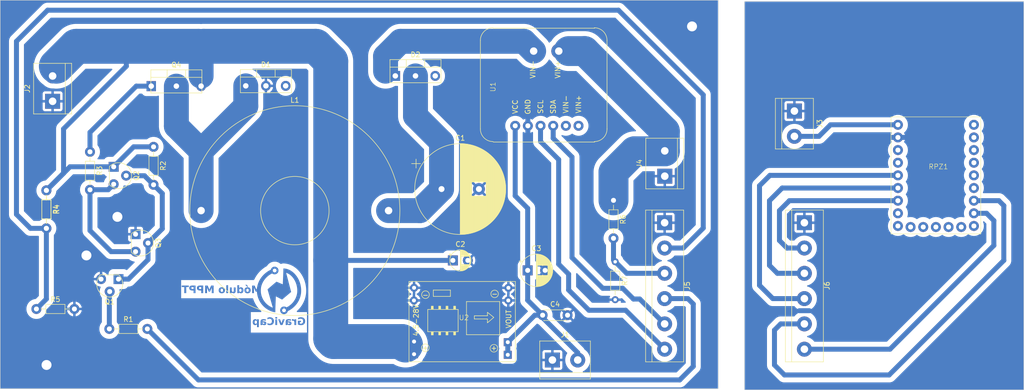
<source format=kicad_pcb>
(kicad_pcb (version 20240108) (generator "pcbnew") (generator_version "8.0")
  (layers (0 "F.Cu" signal) (31 "B.Cu" signal) (34 "B.Paste" user) (35 "F.Paste" user) (36 "B.SilkS" user "B.Silkscreen") (37 "F.SilkS" user "F.Silkscreen") (38 "B.Mask" user) (39 "F.Mask" user) (44 "Edge.Cuts" user))
  (net 0 "")
  (net 1 "+Panel")
  (net 2 "Net-(Q1-B)")
  (net 3 "GNDREF")
  (net 4 "Net-(Q4-G)")
  (net 5 "RPZ 3")
  (net 6 "RPZ 2")
  (net 7 "Fuente 5V")
  (net 8 "C. Buck Out")
  (net 9 "RPZ 1")
  (net 10 "RPZ SDA S")
  (net 11 "RPZ SCL S")
  (net 12 "Out")
  (net 13 "Net-(D2-A)")
  (net 14 "Net-(D1-K)")
  (net 15 "RPZ SCL")
  (net 16 "RPZ SDA")
  (net 33 "Net-(Q1-C)")
  (net 34 "Net-(Q2-E)")
  (footprint "Capacitor_THT:CP_Radial_D18.0mm_P7.50mm" (layer "F.Cu") (at 110.44222 77.0975)
    (property "Reference" "C1" (at 3.75 -10.25 0) (layer "F.SilkS"))
    (property "Value" "2314,57µF")
    (pad "1" thru_hole rect (at 0 0) (size 2.4 2.4) (drill 1.2) (layers "*.Cu" "*.Mask") (net 13 "Net-(D2-A)"))
    (pad "2" thru_hole circle (at 7.5 0) (size 2.4 2.4) (drill 1.2) (layers "*.Cu" "*.Mask") (net 3 "GNDREF"))
  )
  (footprint "Inductor_THT:L_Toroid_Horizontal_D41.9mm_P37.60mm_Vishay_TJ7" (layer "F.Cu") (at 62.22 81.4275)
    (property "Reference" "L1" (at 18.8 -22.2 0) (layer "F.SilkS"))
    (property "Value" "117,5µH")
    (pad "1" thru_hole circle (at 0 0) (size 3 3) (drill 1.5) (layers "*.Cu" "*.Mask") (net 14 "Net-(D1-K)"))
    (pad "2" thru_hole circle (at 37.6 0) (size 3 3) (drill 1.5) (layers "*.Cu" "*.Mask") (net 13 "Net-(D2-A)"))
  )
  (footprint "Capacitor_THT:C_Disc_D4.3mm_W1.9mm_P5.00mm" (layer "F.Cu") (at 130.72 102.4275)
    (property "Reference" "C4" (at 2.5 -2.2 0) (layer "F.SilkS"))
    (property "Value" "100pF")
    (pad "1" thru_hole circle (at 0 0) (size 2 2) (drill 1) (layers "*.Cu" "*.Mask") (net 7 "Fuente 5V"))
    (pad "2" thru_hole circle (at 5 0) (size 2 2) (drill 1) (layers "*.Cu" "*.Mask") (net 3 "GNDREF"))
  )
  (footprint "TerminalBlock:TerminalBlock_bornier-6_P5.08mm" (layer "F.Cu") (at 183.22 83.86 -90)
    (property "Reference" "J6" (at 12.65 -4.55 90) (layer "F.SilkS"))
    (property "Value" "Screw_Terminal_01x06")
    (pad "1" thru_hole rect (at 0 0 270) (size 3 3) (drill 1.52) (layers "*.Cu" "*.Mask") (net 3 "GNDREF"))
    (pad "2" thru_hole circle (at 5.08 0 270) (size 3 3) (drill 1.52) (layers "*.Cu" "*.Mask") (net 9 "RPZ 1"))
    (pad "3" thru_hole circle (at 10.16 0 270) (size 3 3) (drill 1.52) (layers "*.Cu" "*.Mask") (net 6 "RPZ 2"))
    (pad "4" thru_hole circle (at 15.24 0 270) (size 3 3) (drill 1.52) (layers "*.Cu" "*.Mask") (net 5 "RPZ 3"))
    (pad "5" thru_hole circle (at 20.32 0 270) (size 3 3) (drill 1.52) (layers "*.Cu" "*.Mask") (net 16 "RPZ SDA"))
    (pad "6" thru_hole circle (at 25.4 0 270) (size 3 3) (drill 1.52) (layers "*.Cu" "*.Mask") (net 15 "RPZ SCL"))
  )
  (footprint "TerminalBlock:TerminalBlock_bornier-2_P5.08mm" (layer "F.Cu") (at 181.22 61.43 -90)
    (property "Reference" "J3" (at 2.54 -5.08 90) (layer "F.SilkS"))
    (property "Value" "Screw_Terminal_01x02")
    (pad "1" thru_hole rect (at 0 0 270) (size 3 3) (drill 1.52) (layers "*.Cu" "*.Mask") (net 3 "GNDREF"))
    (pad "2" thru_hole circle (at 5.08 0 270) (size 3 3) (drill 1.52) (layers "*.Cu" "*.Mask") (net 7 "Fuente 5V"))
  )
  (footprint "Package_TO_SOT_THT:TO-220-3_Vertical" (layer "F.Cu") (at 72.68 56.3725)
    (property "Reference" "D1" (at 2.54 -4.27 0) (layer "F.SilkS"))
    (property "Value" "D")
    (pad "1" thru_hole rect (at -1.5 0) (size 1.905 2) (drill 1.1) (layers "*.Cu" "*.Mask") (net 14 "Net-(D1-K)"))
    (pad "2" thru_hole oval (at 2.54 0) (size 1.905 2) (drill 1.1) (layers "*.Cu" "*.Mask") (net 3 "GNDREF"))
    (pad "3" thru_hole oval (at 6.5 0) (size 1.905 2) (drill 1.1) (layers "*.Cu" "*.Mask"))
  )
  (footprint "Package_TO_SOT_THT:TO-92_Inline" (layer "F.Cu") (at 50.075 86.6675 -90)
    (property "Reference" "Q3" (at 1.27 -3.56 90) (layer "F.SilkS"))
    (property "Value" "BC558")
    (pad "1" thru_hole rect (at -0.5 1 270) (size 2 2) (drill 1) (layers "*.Cu" "*.Mask") (net 3 "GNDREF"))
    (pad "2" thru_hole oval (at 1.27 -1.5 270) (size 2 2) (drill 1) (layers "*.Cu" "*.Mask") (net 33 "Net-(Q1-C)"))
    (pad "3" thru_hole oval (at 3 1 270) (size 2 2) (drill 1) (layers "*.Cu" "*.Mask") (net 34 "Net-(Q2-E)"))
  )
  (footprint "TerminalBlock:TerminalBlock_bornier-2_P5.08mm" (layer "F.Cu") (at 155.22 74.51 90)
    (property "Reference" "J4" (at 2.54 -5.08 90) (layer "F.SilkS"))
    (property "Value" "Screw_Terminal_01x02")
    (pad "1" thru_hole rect (at 0 0 90) (size 3 3) (drill 1.52) (layers "*.Cu" "*.Mask") (net 3 "GNDREF"))
    (pad "2" thru_hole circle (at 5.08 0 90) (size 3 3) (drill 1.52) (layers "*.Cu" "*.Mask") (net 12 "Out"))
  )
  (footprint "Resistor_THT:R_Axial_DIN0204_L3.6mm_D1.6mm_P7.62mm_Horizontal" (layer "F.Cu") (at 31.185 77.37 -90)
    (property "Reference" "R4" (at 3.8 -2.08 90) (layer "F.SilkS"))
    (property "Value" "150kΩ")
    (pad "1" thru_hole circle (at 0 0 270) (size 2 2) (drill 1) (layers "*.Cu" "*.Mask") (net 1 "+Panel"))
    (pad "2" thru_hole oval (at 7.62 0 270) (size 2 2) (drill 1) (layers "*.Cu" "*.Mask") (net 9 "RPZ 1"))
  )
  (footprint "Resistor_THT:R_Axial_DIN0204_L3.6mm_D1.6mm_P7.62mm_Horizontal" (layer "F.Cu") (at 145.275 91.7 -90)
    (property "Reference" "R7" (at 3.81 -1.92 -90) (layer "F.SilkS"))
    (property "Value" "10kΩ")
    (pad "1" thru_hole circle (at 0 0 270) (size 1.4 1.4) (drill 0.7) (layers "*.Cu" "*.Mask") (net 6 "RPZ 2"))
    (pad "2" thru_hole oval (at 7.62 0 270) (size 1.4 1.4) (drill 0.7) (layers "*.Cu" "*.Mask") (net 3 "GNDREF"))
  )
  (footprint "TerminalBlock:TerminalBlock_bornier-2_P5.08mm" (layer "F.Cu") (at 32.435 59.47 90)
    (property "Reference" "J2" (at 2.54 -5.08 90) (layer "F.SilkS"))
    (property "Value" "Screw_Terminal_01x02")
    (pad "1" thru_hole rect (at 0 0 90) (size 3 3) (drill 1.52) (layers "*.Cu" "*.Mask") (net 3 "GNDREF"))
    (pad "2" thru_hole circle (at 5.08 0 90) (size 3 3) (drill 1.52) (layers "*.Cu" "*.Mask") (net 1 "+Panel"))
  )
  (footprint "Resistor_THT:R_Axial_DIN0204_L3.6mm_D1.6mm_P7.62mm_Horizontal" (layer "F.Cu") (at 43.815 105.18)
    (property "Reference" "R1" (at 3.81 -1.92 0) (layer "F.SilkS"))
    (property "Value" "4,7kΩ")
    (pad "1" thru_hole circle (at 0 0) (size 2 2) (drill 1) (layers "*.Cu" "*.Mask") (net 2 "Net-(Q1-B)"))
    (pad "2" thru_hole oval (at 7.62 0) (size 2 2) (drill 1) (layers "*.Cu" "*.Mask") (net 5 "RPZ 3"))
  )
  (footprint "Package_TO_SOT_THT:TO-92_Inline" (layer "F.Cu") (at 45.685 73.13 -90)
    (property "Reference" "Q2" (at 1.27 -3.56 90) (layer "F.SilkS"))
    (property "Value" "BC548")
    (pad "1" thru_hole rect (at -0.5 1 270) (size 2 2) (drill 1) (layers "*.Cu" "*.Mask") (net 1 "+Panel"))
    (pad "2" thru_hole oval (at 1.27 -1.5 270) (size 2 2) (drill 1) (layers "*.Cu" "*.Mask") (net 33 "Net-(Q1-C)"))
    (pad "3" thru_hole oval (at 3 1 270) (size 2 2) (drill 1) (layers "*.Cu" "*.Mask") (net 34 "Net-(Q2-E)"))
  )
  (footprint "Package_TO_SOT_THT:TO-92_Inline" (layer "F.Cu") (at 45.155 96.18 180)
    (property "Reference" "Q1" (at 1.27 -3.56 0) (layer "F.SilkS"))
    (property "Value" "BC548")
    (pad "1" thru_hole rect (at -0.5 1 180) (size 2 2) (drill 1) (layers "*.Cu" "*.Mask") (net 33 "Net-(Q1-C)"))
    (pad "2" thru_hole oval (at 1.27 -1.5 180) (size 2 2) (drill 1) (layers "*.Cu" "*.Mask") (net 2 "Net-(Q1-B)"))
    (pad "3" thru_hole oval (at 3 1 180) (size 2 2) (drill 1) (layers "*.Cu" "*.Mask") (net 3 "GNDREF"))
  )
  (footprint "Resistor_THT:R_Axial_DIN0204_L3.6mm_D1.6mm_P7.62mm_Horizontal" (layer "F.Cu") (at 52.685 68.62 -90)
    (property "Reference" "R2" (at 3.81 -1.92 90) (layer "F.SilkS"))
    (property "Value" "4,7kΩ")
    (pad "1" thru_hole circle (at 0 0 270) (size 2 2) (drill 1) (layers "*.Cu" "*.Mask") (net 1 "+Panel"))
    (pad "2" thru_hole oval (at 7.62 0 270) (size 2 2) (drill 1) (layers "*.Cu" "*.Mask") (net 33 "Net-(Q1-C)"))
  )
  (footprint "GraviCap:MP1584" (layer "F.Cu") (at 114.935 103.4275)
    (property "Reference" "U2" (at 0 -0.5 0) (layer "F.SilkS") (effects (font (thickness 0.1))))
    (property "Value" "~")
    (fp_text user "4.5-28V" (at -9.5936 0.0278 -90) (layer "F.SilkS"))
    (fp_text user "VOUT" (at 8.9738 -0.2262 -90) (layer "F.SilkS"))
    (fp_text user "+" (at 6.01 5.5795 0) (layer "F.SilkS"))
    (fp_text user "-" (at 6.16 -5.277 0) (layer "F.SilkS"))
    (fp_text user "-" (at -7.712 -5.0555 180) (layer "F.SilkS"))
    (fp_text user "+" (at -7.7374 5.549 180) (layer "F.SilkS"))
    (pad "1" thru_hole oval (at -10.0254 -3.96 90) (size 1.6 1.6) (drill 0.8) (layers "*.Cu" "B.Mask") (net 3 "GNDREF"))
    (pad "1" thru_hole oval (at -10 -6.5 90) (size 1.6 1.6) (drill 0.8) (layers "*.Cu" "B.Mask") (net 3 "GNDREF"))
    (pad "2" thru_hole rect (at -10 4.295 90) (size 1.6 1.6) (drill 0.8) (layers "*.Cu" "B.Mask") (net 1 "+Panel"))
    (pad "2" thru_hole rect (at -10 6.835 90) (size 1.6 1.6) (drill 0.8) (layers "*.Cu" "B.Mask") (net 1 "+Panel"))
    (pad "3" thru_hole oval (at 8.8976 -3.96 90) (size 1.6 1.6) (drill 0.8) (layers "*.Cu" "B.Mask") (net 3 "GNDREF"))
    (pad "3" thru_hole oval (at 8.923 -6.5 90) (size 1.6 1.6) (drill 0.8) (layers "*.Cu" "B.Mask") (net 3 "GNDREF"))
    (pad "4" thru_hole rect (at 8.796 4.422 90) (size 1.6 1.6) (drill 0.8) (layers "*.Cu" "B.Mask") (net 7 "Fuente 5V"))
    (pad "4" thru_hole rect (at 8.796 6.962 90) (size 1.6 1.6) (drill 0.8) (layers "*.Cu" "B.Mask") (net 7 "Fuente 5V"))
  )
  (footprint "Resistor_THT:R_Axial_DIN0204_L3.6mm_D1.6mm_P7.62mm_Horizontal" (layer "F.Cu") (at 31.185 77.37 -90)
    (property "Reference" "R4" (at 3.81 -1.92 90) (layer "F.SilkS"))
    (property "Value" "150kΩ")
    (pad "1" thru_hole circle (at 0 0 270) (size 2 2) (drill 1) (layers "*.Cu" "*.Mask") (net 1 "+Panel"))
    (pad "2" thru_hole oval (at 7.62 0 270) (size 2 2) (drill 1) (layers "*.Cu" "*.Mask") (net 9 "RPZ 1"))
  )
  (footprint "Capacitor_THT:CP_Radial_D4.0mm_P2.00mm" (layer "F.Cu") (at 113.22 91.4275)
    (property "Reference" "C2" (at 1 -3.25 0) (layer "F.SilkS"))
    (property "Value" "10µF")
    (pad "1" thru_hole rect (at -0.5 0) (size 2 2) (drill 1) (layers "*.Cu" "*.Mask") (net 1 "+Panel"))
    (pad "2" thru_hole circle (at 2.5 0) (size 2 2) (drill 1) (layers "*.Cu" "*.Mask") (net 3 "GNDREF"))
  )
  (footprint "Package_TO_SOT_THT:TO-220-3_Vertical" (layer "F.Cu") (at 54.72 56.4275)
    (property "Reference" "Q4" (at 2.54 -4.27 0) (layer "F.SilkS"))
    (property "Value" "IRF4905")
    (pad "1" thru_hole rect (at -2.5 0) (size 1.905 2) (drill 1.1) (layers "*.Cu" "*.Mask") (net 4 "Net-(Q4-G)"))
    (pad "2" thru_hole oval (at 2.54 0) (size 1.905 2) (drill 1.1) (layers "*.Cu" "*.Mask") (net 14 "Net-(D1-K)"))
    (pad "3" thru_hole oval (at 7.5 0) (size 1.905 2) (drill 1.1) (layers "*.Cu" "*.Mask") (net 1 "+Panel"))
  )
  (footprint "GraviCap:INA_219" (layer "F.Cu") (at 132.76 56.58 90)
    (property "Reference" "U1" (at 0 -12 90) (layer "F.SilkS") (effects (font (thickness 0.1))))
    (property "Value" "module_ina219")
    (fp_text user "SCL" (at -4 -2.46 90) (layer "F.SilkS"))
    (fp_text user "VIN+" (at 3.5 1 90) (layer "F.SilkS"))
    (fp_text user "VIN+" (at -3.492 5.16 90) (layer "F.SilkS"))
    (fp_text user "GND" (at -4 -5 90) (layer "F.SilkS"))
    (fp_text user "SDA" (at -4 0.08 90) (layer "F.SilkS"))
    (fp_text user "VIN-" (at -3.492 2.62 90) (layer "F.SilkS"))
    (fp_text user "VIN-" (at 3.5 -4 90) (layer "F.SilkS"))
    (fp_text user "VCC" (at -4 -7.54 90) (layer "F.SilkS"))
    (pad "1" thru_hole circle (at -7.81 -7.54 270) (size 2 2) (drill 1) (layers "*.Cu" "*.Mask") (net 7 "Fuente 5V"))
    (pad "2" thru_hole circle (at -7.81 -5 270) (size 2 2) (drill 1) (layers "*.Cu" "*.Mask") (net 3 "GNDREF"))
    (pad "3" thru_hole circle (at -7.81 -2.46 270) (size 2 2) (drill 1) (layers "*.Cu" "*.Mask") (net 11 "RPZ SCL S"))
    (pad "4" thru_hole circle (at -7.81 0.08 270) (size 2 2) (drill 1) (layers "*.Cu" "*.Mask") (net 10 "RPZ SDA S"))
    (pad "5" thru_hole circle (at -7.81 2.62 270) (size 2 2) (drill 1) (layers "*.Cu" "*.Mask"))
    (pad "6" thru_hole circle (at -7.81 5.16 270) (size 2 2) (drill 1) (layers "*.Cu" "*.Mask"))
    (pad "7" thru_hole rect (at 7.19 -3.84 270) (size 3 3) (drill 1.5) (layers "*.Cu" "*.Mask") (net 8 "C. Buck Out"))
    (pad "8" thru_hole oval (at 7.19 1.2 270) (size 3 3) (drill 1.5) (layers "*.Cu" "*.Mask") (net 12 "Out"))
  )
  (footprint "Package_TO_SOT_THT:TO-220-3_Vertical" (layer "F.Cu") (at 102.68 54.3725)
    (property "Reference" "D2" (at 2.54 -4.27 0) (layer "F.SilkS"))
    (property "Value" "D")
    (pad "1" thru_hole rect (at -1.5 0) (size 1.905 2) (drill 1.1) (layers "*.Cu" "*.Mask") (net 8 "C. Buck Out"))
    (pad "2" thru_hole oval (at 2.54 0) (size 1.905 2) (drill 1.1) (layers "*.Cu" "*.Mask") (net 13 "Net-(D2-A)"))
    (pad "3" thru_hole oval (at 6.5 0) (size 1.905 2) (drill 1.1) (layers "*.Cu" "*.Mask"))
  )
  (footprint "Resistor_THT:R_Axial_DIN0204_L3.6mm_D1.6mm_P7.62mm_Horizontal" (layer "F.Cu") (at 144.935 79.37 -90)
    (property "Reference" "R6" (at 3.81 -1.92 90) (layer "F.SilkS"))
    (property "Value" "150kΩ")
    (pad "1" thru_hole circle (at 0 0 270) (size 2 2) (drill 1) (layers "*.Cu" "*.Mask") (net 12 "Out"))
    (pad "2" thru_hole oval (at 7.62 0 270) (size 2 2) (drill 1) (layers "*.Cu" "*.Mask") (net 6 "RPZ 2"))
  )
  (footprint "Resistor_THT:R_Axial_DIN0204_L3.6mm_D1.6mm_P7.62mm_Horizontal" (layer "F.Cu") (at 39.935 69.62 -90)
    (property "Reference" "R3" (at 3.81 -1.92 90) (layer "F.SilkS"))
    (property "Value" "150Ω")
    (pad "1" thru_hole circle (at 0 0 270) (size 2 2) (drill 1) (layers "*.Cu" "*.Mask") (net 4 "Net-(Q4-G)"))
    (pad "2" thru_hole oval (at 7.62 0 270) (size 2 2) (drill 1) (layers "*.Cu" "*.Mask") (net 34 "Net-(Q2-E)"))
  )
  (footprint "Capacitor_THT:CP_Radial_D6.3mm_P2.50mm" (layer "F.Cu") (at 128.22 93.4275)
    (property "Reference" "C3" (at 1.25 -4.4 0) (layer "F.SilkS"))
    (property "Value" "100µF")
    (pad "1" thru_hole rect (at -0.5 0) (size 2 2) (drill 1) (layers "*.Cu" "*.Mask") (net 7 "Fuente 5V"))
    (pad "2" thru_hole circle (at 3 0) (size 2 2) (drill 1) (layers "*.Cu" "*.Mask") (net 3 "GNDREF"))
  )
  (footprint "GraviCap:RP2040 Zero" (layer "F.Cu") (at 210.1 73.1)
    (property "Reference" "RPZ1" (at 0 -0.5 0) (layer "F.SilkS") (effects (font (thickness 0.1))))
    (property "Value" "~")
    (pad "-" thru_hole circle (at -8.12 -1.29) (size 2 2) (drill 1) (layers "*.Cu" "*.Mask"))
    (pad "1" thru_hole circle (at 7.12 -8.91) (size 2 2) (drill 1) (layers "*.Cu" "*.Mask"))
    (pad "2" thru_hole circle (at 7.12 -6.37) (size 2 2) (drill 1) (layers "*.Cu" "*.Mask"))
    (pad "4" thru_hole circle (at 7.12 -3.83) (size 2 2) (drill 1) (layers "*.Cu" "*.Mask"))
    (pad "5" thru_hole circle (at 7.12 -1.29) (size 2 2) (drill 1) (layers "*.Cu" "*.Mask"))
    (pad "6" thru_hole circle (at 7.12 1.25) (size 2 2) (drill 1) (layers "*.Cu" "*.Mask"))
    (pad "7" thru_hole circle (at 7.12 3.79) (size 2 2) (drill 1) (layers "*.Cu" "*.Mask"))
    (pad "9" thru_hole circle (at 7.12 6.33) (size 2 2) (drill 1) (layers "*.Cu" "*.Mask") (net 16 "RPZ SDA"))
    (pad "10" thru_hole circle (at 7.12 8.87) (size 2 2) (drill 1) (layers "*.Cu" "*.Mask") (net 15 "RPZ SCL"))
    (pad "11" thru_hole circle (at 7.12 11.41) (size 2 2) (drill 1) (layers "*.Cu" "*.Mask"))
    (pad "12" thru_hole circle (at 4.58 11.62) (size 2 2) (drill 1) (layers "*.Cu" "*.Mask"))
    (pad "14" thru_hole circle (at 2.04 11.62) (size 2 2) (drill 1) (layers "*.Cu" "*.Mask"))
    (pad "15" thru_hole circle (at -0.5 11.62) (size 2 2) (drill 1) (layers "*.Cu" "*.Mask"))
    (pad "16" thru_hole circle (at -3.04 11.62) (size 2 2) (drill 1) (layers "*.Cu" "*.Mask"))
    (pad "17" thru_hole circle (at -5.58 11.62) (size 2 2) (drill 1) (layers "*.Cu" "*.Mask"))
    (pad "19" thru_hole circle (at -8.12 11.41) (size 2 2) (drill 1) (layers "*.Cu" "*.Mask"))
    (pad "20" thru_hole circle (at -8.12 8.87) (size 2 2) (drill 1) (layers "*.Cu" "*.Mask"))
    (pad "31" thru_hole circle (at -8.12 6.33) (size 2 2) (drill 1) (layers "*.Cu" "*.Mask") (net 9 "RPZ 1"))
    (pad "32" thru_hole circle (at -8.12 3.79) (size 2 2) (drill 1) (layers "*.Cu" "*.Mask") (net 6 "RPZ 2"))
    (pad "34" thru_hole circle (at -8.12 1.25) (size 2 2) (drill 1) (layers "*.Cu" "*.Mask") (net 5 "RPZ 3"))
    (pad "37" thru_hole circle (at -8.12 -3.83) (size 2 2) (drill 1) (layers "*.Cu" "*.Mask"))
    (pad "38" thru_hole circle (at -8.12 -6.37) (size 2 2) (drill 1) (layers "*.Cu" "*.Mask") (net 3 "GNDREF"))
    (pad "39" thru_hole circle (at -8.12 -8.91) (size 2 2) (drill 1) (layers "*.Cu" "*.Mask") (net 7 "Fuente 5V"))
  )
  (footprint "Resistor_THT:R_Axial_DIN0204_L3.6mm_D1.6mm_P7.62mm_Horizontal" (layer "F.Cu") (at 29.185 101.18)
    (property "Reference" "R5" (at 3.81 -1.92 0) (layer "F.SilkS"))
    (property "Value" "10kΩ")
    (pad "1" thru_hole circle (at 0 0) (size 2 2) (drill 1) (layers "*.Cu" "*.Mask") (net 9 "RPZ 1"))
    (pad "2" thru_hole oval (at 7.62 0) (size 2 2) (drill 1) (layers "*.Cu" "*.Mask") (net 3 "GNDREF"))
  )
  (footprint "TerminalBlock:TerminalBlock_bornier-2_P5.08mm" (layer "F.Cu") (at 132.68 111.4275)
    (property "Reference" "J1" (at 2.54 -5.08 0) (layer "F.SilkS"))
    (property "Value" "Screw_Terminal_01x02")
    (pad "1" thru_hole rect (at 0 0) (size 3 3) (drill 1.52) (layers "*.Cu" "*.Mask") (net 3 "GNDREF"))
    (pad "2" thru_hole circle (at 5.08 0) (size 3 3) (drill 1.52) (layers "*.Cu" "*.Mask") (net 7 "Fuente 5V"))
  )
  (footprint "TerminalBlock:TerminalBlock_bornier-6_P5.08mm" (layer "F.Cu") (at 155.19 83.86 -90)
    (property "Reference" "J5" (at 12.65 -4.55 90) (layer "F.SilkS"))
    (property "Value" "Screw_Terminal_01x06")
    (pad "1" thru_hole rect (at 0 0 270) (size 3 3) (drill 1.52) (layers "*.Cu" "*.Mask") (net 3 "GNDREF"))
    (pad "2" thru_hole circle (at 5.08 0 270) (size 3 3) (drill 1.52) (layers "*.Cu" "*.Mask") (net 9 "RPZ 1"))
    (pad "3" thru_hole circle (at 10.16 0 270) (size 3 3) (drill 1.52) (layers "*.Cu" "*.Mask") (net 6 "RPZ 2"))
    (pad "4" thru_hole circle (at 15.24 0 270) (size 3 3) (drill 1.52) (layers "*.Cu" "*.Mask") (net 5 "RPZ 3"))
    (pad "5" thru_hole circle (at 20.32 0 270) (size 3 3) (drill 1.52) (layers "*.Cu" "*.Mask") (net 16 "RPZ SDA"))
    (pad "6" thru_hole circle (at 25.4 0 270) (size 3 3) (drill 1.52) (layers "*.Cu" "*.Mask") (net 15 "RPZ SCL"))
  )
  (footprint "Raspberry Pico RP2040-Zero:GraviCap_Logo" (layer "B.Cu") (at 77.935 97.18)
    (property "Reference" "GraviCap" (at -0.1 6.6 0) (layer "B.Cu") (effects (font (size 1.5 1.5) (thickness 0.3) (bold yes)) (justify mirror)))
    (property "Value" "GraviCap_Logo" (hide yes))
    (fp_poly (pts (xy 0.780097 5.03758) (xy 0.701891 5.020908) (xy 0.593325 4.980834) (xy 0.492995 4.925703) (xy 0.402316 4.856871) (xy 0.322701 4.775696) (xy 0.255564 4.683531) (xy 0.20232 4.581734) (xy 0.178377 4.51886) (xy 0.149974 4.405949) (xy 0.138698 4.292194) (xy 0.144119 4.179307) (xy 0.165802 4.069001) (xy 0.203316 3.962986) (xy 0.256229 3.862975) (xy 0.324107 3.770679) (xy 0.382954 3.709069) (xy 0.472934 3.635609) (xy 0.569302 3.578523) (xy 0.672827 3.53749) (xy 0.784281 3.512187) (xy 0.875491 3.503244) (xy 0.992962 3.505288) (xy 1.103278 3.523274) (xy 1.207939 3.55761) (xy 1.308447 3.608704) (xy 1.342995 3.630672) (xy 1.416977 3.680191) (xy 1.466172 3.656322) (xy 1.520661 3.628627) (xy 1.585053 3.59388) (xy 1.654436 3.554861) (xy 1.723898 3.514348) (xy 1.788527 3.475122) (xy 1.808751 3.462431) (xy 2.021735 3.317366) (xy 2.223333 3.159726) (xy 2.413037 2.990281) (xy 2.590337 2.809806) (xy 2.754724 2.619072) (xy 2.905689 2.418853) (xy 3.042723 2.20992) (xy 3.165316 1.993046) (xy 3.272959 1.769004) (xy 3.365144 1.538567) (xy 3.44136 1.302506) (xy 3.501099 1.061595) (xy 3.541486 0.833433) (xy 3.561669 0.653771) (xy 3.572805 0.462651) (xy 3.574894 0.263922) (xy 3.567935 0.061432) (xy 3.551928 -0.140968) (xy 3.541473 -0.233421) (xy 3.504358 -0.473914) (xy 3.45355 -0.710889) (xy 3.38964 -0.943446) (xy 3.313221 -1.170683) (xy 3.224885 -1.391702) (xy 3.125223 -1.605603) (xy 3.01483 -1.811484) (xy 2.894296 -2.008446) (xy 2.764214 -2.19559) (xy 2.625177 -2.372014) (xy 2.477776 -2.53682) (xy 2.322605 -2.689107) (xy 2.160254 -2.827974) (xy 1.991317 -2.952522) (xy 1.816386 -3.061852) (xy 1.636053 -3.155062) (xy 1.611438 -3.166311) (xy 1.569639 -3.184618) (xy 1.524042 -3.203761) (xy 1.477628 -3.222585) (xy 1.433374 -3.239941) (xy 1.394262 -3.254674) (xy 1.36327 -3.265634) (xy 1.343377 -3.271668) (xy 1.337506 -3.27224) (xy 1.339491 -3.263511) (xy 1.345798 -3.238356) (xy 1.356224 -3.197547) (xy 1.37057 -3.141855) (xy 1.388634 -3.07205) (xy 1.410215 -2.988902) (xy 1.435112 -2.893183) (xy 1.463123 -2.785664) (xy 1.494047 -2.667116) (xy 1.527684 -2.538308) (xy 1.563833 -2.400013) (xy 1.602291 -2.253) (xy 1.642858 -2.098041) (xy 1.685334 -1.935906) (xy 1.729516 -1.767367) (xy 1.775203 -1.593194) (xy 1.822196 -1.414158) (xy 1.840427 -1.344726) (xy 2.345902 0.580055) (xy 2.321814 0.603393) (xy 2.312117 0.611949) (xy 2.289663 0.631259) (xy 2.255286 0.660613) (xy 2.209823 0.699303) (xy 2.154109 0.746622) (xy 2.088981 0.80186) (xy 2.015275 0.86431) (xy 1.933826 0.933264) (xy 1.84547 1.008012) (xy 1.751044 1.087848) (xy 1.651383 1.172062) (xy 1.547323 1.259946) (xy 1.439701 1.350793) (xy 1.430907 1.358213) (xy 1.323176 1.449132) (xy 1.21902 1.537046) (xy 1.11927 1.621256) (xy 1.024752 1.701062) (xy 0.936295 1.775765) (xy 0.854727 1.844664) (xy 0.780877 1.90706) (xy 0.715572 1.962253) (xy 0.65964 2.009544) (xy 0.61391 2.048233) (xy 0.579209 2.07762) (xy 0.556367 2.097006) (xy 0.54621 2.10569) (xy 0.545942 2.105928) (xy 0.542319 2.108716) (xy 0.537813 2.11042) (xy 0.531378 2.110524) (xy 0.521968 2.108512) (xy 0.508537 2.103865) (xy 0.490039 2.096069) (xy 0.465428 2.084605) (xy 0.433658 2.068958) (xy 0.393683 2.048611) (xy 0.344457 2.023046) (xy 0.284934 1.991748) (xy 0.214067 1.954199) (xy 0.130812 1.909884) (xy 0.034122 1.858284) (xy -0.077049 1.798884) (xy -0.09417 1.789733) (xy -0.191466 1.737796) (xy -0.284178 1.688435) (xy -0.371119 1.642271) (xy -0.451105 1.59993) (xy -0.522948 1.562036) (xy -0.585462 1.529211) (xy -0.637463 1.50208) (xy -0.677762 1.481266) (xy -0.705175 1.467394) (xy -0.718516 1.461087) (xy -0.719638 1.46078) (xy -0.720439 1.469923) (xy -0.721929 1.495775) (xy -0.72406 1.537282) (xy -0.726785 1.593386) (xy -0.730056 1.663033) (xy -0.733826 1.745165) (xy -0.738048 1.838727) (xy -0.742672 1.942664) (xy -0.747653 2.055919) (xy -0.752942 2.177436) (xy -0.758492 2.306159) (xy -0.764256 2.441033) (xy -0.770184 2.581002) (xy -0.770994 2.600208) (xy -0.779801 2.81158) (xy -0.787705 3.006289) (xy -0.794743 3.185424) (xy -0.800951 3.35008) (xy -0.806366 3.501346) (xy -0.811024 3.640315) (xy -0.814961 3.768079) (xy -0.818213 3.88573) (xy -0.820819 3.994359) (xy -0.822812 4.095058) (xy -0.824231 4.188919) (xy -0.824379 4.20098) (xy -0.829911 4.665798) (xy -0.884154 4.660309) (xy -0.955792 4.650768) (xy -1.040207 4.635721) (xy -1.133603 4.616106) (xy -1.232186 4.592863) (xy -1.332159 4.56693) (xy -1.429729 4.539247) (xy -1.5211 4.510751) (xy -1.600784 4.483014) (xy -1.86198 4.376738) (xy -2.114096 4.255567) (xy -2.356629 4.120057) (xy -2.589076 3.970767) (xy -2.810932 3.808254) (xy -3.021696 3.633076) (xy -3.220864 3.445789) (xy -3.407933 3.246952) (xy -3.582399 3.037122) (xy -3.74376 2.816856) (xy -3.891512 2.586713) (xy -4.025153 2.34725) (xy -4.144178 2.099023) (xy -4.248085 1.842591) (xy -4.33637 1.578512) (xy -4.386979 1.395821) (xy -4.438335 1.172624) (xy -4.477244 0.954148) (xy -4.5042 0.736018) (xy -4.519696 0.513855) (xy -4.524226 0.283283) (xy -4.523109 0.189238) (xy -4.519689 0.068786) (xy -4.514297 -0.039118) (xy -4.506463 -0.139645) (xy -4.49572 -0.237963) (xy -4.481597 -0.339243) (xy -4.467015 -0.42901) (xy -4.413502 -0.6898) (xy -4.342959 -0.94758) (xy -4.255999 -1.201553) (xy -4.153235 -1.450917) (xy -4.035279 -1.694873) (xy -3.902745 -1.932622) (xy -3.756245 -2.163365) (xy -3.596394 -2.386301) (xy -3.423802 -2.600631) (xy -3.239084 -2.805556) (xy -3.042852 -3.000275) (xy -2.83572 -3.183991) (xy -2.6183 -3.355901) (xy -2.391206 -3.515209) (xy -2.155049 -3.661112) (xy -1.910444 -3.792813) (xy -1.874815 -3.810437) (xy -1.7266 -3.882948) (xy -1.711634 -3.936291) (xy -1.67249 -4.043639) (xy -1.618136 -4.143313) (xy -1.55002 -4.233864) (xy -1.469586 -4.313846) (xy -1.378282 -4.381811) (xy -1.277552 -4.436312) (xy -1.173993 -4.474431) (xy -1.121414 -4.485771) (xy -1.05747 -4.493623) (xy -0.987942 -4.497792) (xy -0.918611 -4.498083) (xy -0.855257 -4.494301) (xy -0.80614 -4.486819) (xy -0.692929 -4.452745) (xy -0.58762 -4.403369) (xy -0.491555 -4.339757) (xy -0.406075 -4.262974) (xy -0.332521 -4.174085) (xy -0.272235 -4.074155) (xy -0.263106 -4.055523) (xy -0.233216 -3.985367) (xy -0.212592 -3.918495) (xy -0.200002 -3.849092) (xy -0.194211 -3.771342) (xy -0.193479 -3.727365) (xy -0.193492 -3.726904) (xy -0.582778 -3.726904) (xy -0.583188 -3.770501) (xy -0.585102 -3.801895) (xy -0.589552 -3.826655) (xy -0.597568 -3.850352) (xy -0.61018 -3.878558) (xy -0.611241 -3.880801) (xy -0.637757 -3.926777) (xy -0.672897 -3.97381) (xy -0.712103 -4.016563) (xy -0.750816 -4.049701) (xy -0.761805 -4.057064) (xy -0.824138 -4.08632) (xy -0.895273 -4.10432) (xy -0.969786 -4.110478) (xy -1.042253 -4.104205) (xy -1.087992 -4.092404) (xy -1.159357 -4.059099) (xy -1.221584 -4.012682) (xy -1.273226 -3.955525) (xy -1.312838 -3.889996) (xy -1.338975 -3.818465) (xy -1.35019 -3.743304) (xy -1.345602 -3.670086) (xy -1.323837 -3.591372) (xy -1.288027 -3.520865) (xy -1.240086 -3.45998) (xy -1.181928 -3.410138) (xy -1.115466 -3.372755) (xy -1.042614 -3.349249) (xy -0.965287 -3.341038) (xy -0.907431 -3.345467) (xy -0.828437 -3.366349) (xy -0.757111 -3.402835) (xy -0.694797 -3.453913) (xy -0.64284 -3.518567) (xy -0.61659 -3.564681) (xy -0.601406 -3.596271) (xy -0.591618 -3.620869) (xy -0.586043 -3.644147) (xy -0.583499 -3.671776) (xy -0.582804 -3.709429) (xy -0.582778 -3.726904) (xy -0.193492 -3.726904) (xy -0.195786 -3.646037) (xy -0.203927 -3.575944) (xy -0.219258 -3.511115) (xy -0.24313 -3.44558) (xy -0.271037 -3.385083) (xy -0.32961 -3.28558) (xy -0.399846 -3.198278) (xy -0.480153 -3.123561) (xy -0.568938 -3.061815) (xy -0.664607 -3.013424) (xy -0.76557 -2.978773) (xy -0.870233 -2.958247) (xy -0.977003 -2.95223) (xy -1.084288 -2.961109) (xy -1.190496 -2.985268) (xy -1.294033 -3.025091) (xy -1.393307 -3.080963) (xy -1.428165 -3.105429) (xy -1.473411 -3.139014) (xy -1.615561 -3.065476) (xy -1.837838 -2.940757) (xy -2.052413 -2.800925) (xy -2.258359 -2.647002) (xy -2.454749 -2.480009) (xy -2.640658 -2.300968) (xy -2.815158 -2.1109) (xy -2.977325 -1.910826) (xy -3.126231 -1.701768) (xy -3.260951 -1.484747) (xy -3.380557 -1.260785) (xy -3.484124 -1.030902) (xy -3.50269 -0.984663) (xy -3.57988 -0.771036) (xy -3.641394 -0.561241) (xy -3.687856 -0.352004) (xy -3.71989 -0.140051) (xy -3.738119 0.077893) (xy -3.743236 0.278575) (xy -3.736175 0.525843) (xy -3.714484 0.764681) (xy -3.677741 0.997354) (xy -3.625523 1.226125) (xy -3.557406 1.453258) (xy -3.488371 1.642463) (xy -3.386888 1.876608) (xy -3.270719 2.10077) (xy -3.139704 2.315195) (xy -2.993685 2.520129) (xy -2.832504 2.715816) (xy -2.703231 2.854961) (xy -2.551911 3.002991) (xy -2.40065 3.136446) (xy -2.245752 3.258133) (xy -2.08352 3.370859) (xy -1.910257 3.477427) (xy -1.805976 3.53604) (xy -1.760637 3.559929) (xy -1.708759 3.585897) (xy -1.652645 3.612928) (xy -1.594601 3.640008) (xy -1.536932 3.66612) (xy -1.481942 3.690249) (xy -1.431937 3.71138) (xy -1.38922 3.728498) (xy -1.356098 3.740587) (xy -1.334874 3.746633) (xy -1.32811 3.746551) (xy -1.33017 3.737767) (xy -1.336949 3.712685) (xy -1.348224 3.672088) (xy -1.363771 3.616757) (xy -1.383366 3.547476) (xy -1.406785 3.465025) (xy -1.433805 3.370189) (xy -1.464201 3.263748) (xy -1.49775 3.146485) (xy -1.534229 3.019182) (xy -1.573412 2.882622) (xy -1.615078 2.737587) (xy -1.659 2.584858) (xy -1.704957 2.425219) (xy -1.752723 2.259451) (xy -1.802076 2.088337) (xy -1.852792 1.912658) (xy -1.854139 1.907993) (xy -1.904948 1.732032) (xy -1.954449 1.560524) (xy -2.002414 1.394257) (xy -2.048618 1.23402) (xy -2.092832 1.080601) (xy -2.134832 0.93479) (xy -2.174389 0.797374) (xy -2.211278 0.669142) (xy -2.245271 0.550883) (xy -2.276142 0.443385) (xy -2.303665 0.347437) (xy -2.327612 0.263828) (xy -2.347757 0.193346) (xy -2.363873 0.13678) (xy -2.375734 0.094917) (xy -2.383113 0.068548) (xy -2.385783 0.05846) (xy -2.385786 0.058438) (xy -2.37938 0.051007) (xy -2.360374 0.032902) (xy -2.32973 0.004951) (xy -2.288411 -0.032021) (xy -2.237379 -0.077188) (xy -2.177596 -0.129723) (xy -2.110025 -0.188802) (xy -2.035627 -0.253597) (xy -1.955366 -0.323282) (xy -1.870203 -0.397032) (xy -1.781101 -0.47402) (xy -1.689021 -0.553421) (xy -1.594927 -0.634408) (xy -1.499781 -0.716155) (xy -1.404544 -0.797837) (xy -1.31018 -0.878627) (xy -1.217649 -0.957699) (xy -1.127916 -1.034227) (xy -1.041942 -1.107385) (xy -0.960689 -1.176347) (xy -0.885119 -1.240287) (xy -0.816195 -1.298379) (xy -0.75488 -1.349796) (xy -0.702135 -1.393714) (xy -0.658923 -1.429305) (xy -0.626205 -1.455744) (xy -0.604945 -1.472204) (xy -0.596114 -1.47786) (xy -0.585985 -1.474464) (xy -0.560806 -1.464592) (xy -0.521867 -1.448783) (xy -0.470456 -1.427576) (xy -0.407864 -1.40151) (xy -0.335378 -1.371124) (xy -0.254289 -1.336957) (xy -0.165886 -1.299548) (xy -0.071457 -1.259436) (xy 0.027709 -1.217159) (xy 0.039553 -1.2121) (xy 0.138885 -1.169714) (xy 0.233399 -1.12949) (xy 0.321832 -1.091958) (xy 0.402925 -1.057648) (xy 0.475414 -1.027091) (xy 0.538039 -1.000817) (xy 0.589538 -0.979357) (xy 0.628649 -0.963241) (xy 0.654112 -0.953) (xy 0.664663 -0.949163) (xy 0.664876 -0.949165) (xy 0.665642 -0.958241) (xy 0.667159 -0.984031) (xy 0.669377 -1.025486) (xy 0.672246 -1.081559) (xy 0.675714 -1.1512) (xy 0.679731 -1.23336) (xy 0.684247 -1.326992) (xy 0.689211 -1.431046) (xy 0.694573 -1.544474) (xy 0.700282 -1.666228) (xy 0.706288 -1.795257) (xy 0.71254 -1.930515) (xy 0.718987 -2.070953) (xy 0.720403 -2.101924) (xy 0.731063 -2.339333) (xy 0.740952 -2.567943) (xy 0.750039 -2.78689) (xy 0.758296 -2.995311) (xy 0.765691 -3.19234) (xy 0.772196 -3.377114) (xy 0.777779 -3.548769) (xy 0.782411 -3.70644) (xy 0.786062 -3.849263) (xy 0.788701 -3.976375) (xy 0.790299 -4.08691) (xy 0.790611 -4.122077) (xy 0.790795 -4.147835) (xy 0.886368 -4.141869) (xy 1.11303 -4.118877) (xy 1.336518 -4.078494) (xy 1.556494 -4.020882) (xy 1.772621 -3.946202) (xy 1.98456 -3.854617) (xy 2.191975 -3.746289) (xy 2.394528 -3.621379) (xy 2.591881 -3.480049) (xy 2.783698 -3.322461) (xy 2.969641 -3.148778) (xy 2.98229 -3.13616) (xy 3.169026 -2.936628) (xy 3.343818 -2.724405) (xy 3.506234 -2.500347) (xy 3.655845 -2.265315) (xy 3.792217 -2.020166) (xy 3.914921 -1.765759) (xy 4.023525 -1.502952) (xy 4.117599 -1.232604) (xy 4.19671 -0.955572) (xy 4.260429 -0.672716) (xy 4.283825 -0.544586) (xy 4.310964 -0.369106) (xy 4.331202 -0.201462) (xy 4.344935 -0.03618) (xy 4.352562 0.132212) (xy 4.354481 0.309189) (xy 4.35327 0.410994) (xy 4.350333 0.526448) (xy 4.345944 0.628743) (xy 4.3397 0.722467) (xy 4.331202 0.81221) (xy 4.320048 0.902561) (xy 4.305837 0.998111) (xy 4.297632 1.048249) (xy 4.24302 1.32035) (xy 4.171307 1.588073) (xy 4.08278 1.850745) (xy 3.977728 2.107694) (xy 3.85644 2.358247) (xy 3.719205 2.601731) (xy 3.566311 2.837473) (xy 3.476153 2.962913) (xy 3.307229 3.175929) (xy 3.123588 3.381541) (xy 2.927568 3.577359) (xy 2.721513 3.760993) (xy 2.59111 3.866614) (xy 2.466388 3.959926) (xy 2.332691 4.052737) (xy 2.194005 4.142571) (xy 2.054316 4.226947) (xy 1.975157 4.271211) (xy 1.297342 4.271211) (xy 1.289908 4.197936) (xy 1.268717 4.12699) (xy 1.233759 4.060654) (xy 1.18502 4.001209) (xy 1.132012 3.957295) (xy 1.082635 3.92699) (xy 1.035637 3.907318) (xy 0.985259 3.8967) (xy 0.92574 3.893555) (xy 0.901116 3.893943) (xy 0.858235 3.895674) (xy 0.826948 3.898876) (xy 0.801071 3.904962) (xy 0.774417 3.915342) (xy 0.744128 3.929784) (xy 0.674776 3.973004) (xy 0.61855 4.026277) (xy 0.575589 4.087508) (xy 0.546033 4.154603) (xy 0.530022 4.225468) (xy 0.527697 4.298008) (xy 0.539197 4.37013) (xy 0.564662 4.439739) (xy 0.604233 4.504741) (xy 0.658049 4.563042) (xy 0.699615 4.595584) (xy 0.766958 4.631352) (xy 0.842676 4.652502) (xy 0.906371 4.65829) (xy 0.984398 4.652552) (xy 1.055167 4.632293) (xy 1.123423 4.596113) (xy 1.128598 4.592702) (xy 1.189761 4.541991) (xy 1.237229 4.482206) (xy 1.27099 4.415627) (xy 1.291032 4.344535) (xy 1.297342 4.271211) (xy 1.975157 4.271211) (xy 1.917613 4.303388) (xy 1.787883 4.369416) (xy 1.764111 4.380691) (xy 1.675019 4.42241) (xy 1.663012 4.470466) (xy 1.627664 4.576038) (xy 1.576755 4.67508) (xy 1.511823 4.765942) (xy 1.434406 4.846968) (xy 1.346044 4.916507) (xy 1.248275 4.972906) (xy 1.162794 5.007973) (xy 1.073551 5.031158) (xy 0.976246 5.043927) (xy 0.87654 5.046121)) (fill solid) (layer "B.Cu"))
  )
  (gr_rect (start 21.935 39.18) (end 165.935 117.18) (stroke (width 0.1)) (fill none) (layer "Edge.Cuts"))
  (gr_rect (start 171.22 39.43) (end 227.22 117.43) (stroke (width 0.1)) (fill none) (layer "Edge.Cuts"))
  (gr_text "Módulo MPPT" (at 66.335 97.38 0) (layer "B.Cu") (effects (font (size 1.5 1.5) (thickness 0.3) (bold yes)) (justify mirror)))
  (segment (start 61.7375 48.43) (end 37.185 48.43) (width 7) (layer "B.Cu") (net 1))
  (segment (start 47.22 52.4275) (end 34.635 65.0125) (width 1) (layer "B.Cu") (net 1))
  (segment (start 62.22 48.9125) (end 61.7375 48.43) (width 7) (layer "B.Cu") (net 1))
  (segment (start 44.685 72.63) (end 48.695 68.62) (width 1) (layer "B.Cu") (net 1))
  (segment (start 62.22 48.9125) (end 62.22 54.4275) (width 5) (layer "B.Cu") (net 1))
  (segment (start 112.72 91.4275) (end 88.22 91.4275) (width 1) (layer "B.Cu") (net 1))
  (segment (start 44.685 72.63) (end 35.925 72.63) (width 1) (layer "B.Cu") (net 1))
  (segment (start 62.705 48.4275) (end 62.22 48.9125) (width 7) (layer "B.Cu") (net 1))
  (segment (start 88.22 91.4275) (end 88.22 51.4275) (width 7) (layer "B.Cu") (net 1))
  (segment (start 88.8 107.7225) (end 88.22 107.1425) (width 7) (layer "B.Cu") (net 1))
  (segment (start 48.695 68.62) (end 52.685 68.62) (width 1) (layer "B.Cu") (net 1))
  (segment (start 35.925 72.63) (end 31.185 77.37) (width 1) (layer "B.Cu") (net 1))
  (segment (start 34.635 73.92) (end 31.185 77.37) (width 1) (layer "B.Cu") (net 1))
  (segment (start 102.515 107.7225) (end 88.8 107.7225) (width 7) (layer "B.Cu") (net 1))
  (segment (start 88.22 107.1425) (end 88.22 91.4275) (width 7) (layer "B.Cu") (net 1))
  (segment (start 85.22 48.4275) (end 62.705 48.4275) (width 7) (layer "B.Cu") (net 1))
  (segment (start 34.635 65.0125) (end 34.635 73.92) (width 1) (layer "B.Cu") (net 1))
  (segment (start 47.22 48.43) (end 47.22 52.4275) (width 1) (layer "B.Cu") (net 1))
  (segment (start 103.22 108.4275) (end 102.515 107.7225) (width 7) (layer "B.Cu") (net 1))
  (segment (start 37.185 48.43) (end 33.185 52.43) (width 7) (layer "B.Cu") (net 1))
  (segment (start 88.22 51.4275) (end 85.22 48.4275) (width 7) (layer "B.Cu") (net 1))
  (segment (start 43.815 97.78) (end 43.915 97.68) (width 1) (layer "B.Cu") (net 2))
  (segment (start 43.815 105.18) (end 43.815 97.78) (width 1) (layer "B.Cu") (net 2))
  (via (at 31.22 112.4275) (size 4) (drill 2) (layers "F.Cu" "B.Cu") (net 3))
  (via (at 39.22 90.4275) (size 3) (drill 2) (layers "F.Cu" "B.Cu") (net 3))
  (via (at 160.685 44.43) (size 4) (drill 2) (layers "F.Cu" "B.Cu") (net 3))
  (via (at 45.435 82.68) (size 3) (drill 2) (layers "F.Cu" "B.Cu") (net 3))
  (segment (start 127.76 62.005) (end 127.435 61.68) (width 1) (layer "B.Cu") (net 3))
  (segment (start 127.76 64.39) (end 127.76 67.005) (width 1) (layer "B.Cu") (net 3))
  (segment (start 184.22 101.53) (end 182.22 101.53) (width 1) (layer "B.Cu") (net 3))
  (segment (start 198.92 66.73) (end 198.22 67.43) (width 1) (layer "B.Cu") (net 3))
  (segment (start 198.92 66.73) (end 201.98 66.73) (width 1) (layer "B.Cu") (net 3))
  (segment (start 201.98 66.73) (end 204.92 66.73) (width 1) (layer "B.Cu") (net 3))
  (segment (start 127.76 62.005) (end 127.76 64.39) (width 1) (layer "B.Cu") (net 3))
  (segment (start 127.76 67.005) (end 127.935 67.18) (width 1) (layer "B.Cu") (net 3))
  (segment (start 204.92 66.73) (end 205.22 66.43) (width 1) (layer "B.Cu") (net 3))
  (segment (start 39.935 65.7125) (end 49.22 56.4275) (width 1) (layer "B.Cu") (net 4))
  (segment (start 39.935 69.62) (end 39.935 65.7125) (width 1) (layer "B.Cu") (net 4))
  (segment (start 49.22 56.4275) (end 52.22 56.4275) (width 1) (layer "B.Cu") (net 4))
  (segment (start 159.855 99.1) (end 160.935 100.18) (width 1) (layer "B.Cu") (net 5))
  (segment (start 155.19 99.1) (end 159.855 99.1) (width 1) (layer "B.Cu") (net 5))
  (segment (start 174.22 96.43) (end 174.22 76.43) (width 1) (layer "B.Cu") (net 5))
  (segment (start 160.935 112.7125) (end 158.22 115.4275) (width 1) (layer "B.Cu") (net 5))
  (segment (start 176.3 74.35) (end 201.98 74.35) (width 1) (layer "B.Cu") (net 5))
  (segment (start 174.22 76.43) (end 176.3 74.35) (width 1) (layer "B.Cu") (net 5))
  (segment (start 158.22 115.4275) (end 61.6825 115.4275) (width 1) (layer "B.Cu") (net 5))
  (segment (start 176.89 99.1) (end 174.22 96.43) (width 1) (layer "B.Cu") (net 5))
  (segment (start 61.6825 115.4275) (end 51.435 105.18) (width 1) (layer "B.Cu") (net 5))
  (segment (start 160.935 100.18) (end 160.935 112.7125) (width 1) (layer "B.Cu") (net 5))
  (segment (start 183.22 99.1) (end 176.89 99.1) (width 1) (layer "B.Cu") (net 5))
  (segment (start 147.595 94.02) (end 145.275 91.7) (width 1) (layer "B.Cu") (net 6))
  (segment (start 178.76 76.89) (end 201.98 76.89) (width 1) (layer "B.Cu") (net 6))
  (segment (start 144.935 91.36) (end 145.275 91.7) (width 1) (layer "B.Cu") (net 6))
  (segment (start 176.22 92.43) (end 176.22 79.43) (width 1) (layer "B.Cu") (net 6))
  (segment (start 144.935 86.99) (end 144.935 91.36) (width 1) (layer "B.Cu") (net 6))
  (segment (start 177.81 94.02) (end 176.22 92.43) (width 1) (layer "B.Cu") (net 6))
  (segment (start 176.22 79.43) (end 178.76 76.89) (width 1) (layer "B.Cu") (net 6))
  (segment (start 183.22 94.02) (end 177.81 94.02) (width 1) (layer "B.Cu") (net 6))
  (segment (start 155.19 94.02) (end 147.595 94.02) (width 1) (layer "B.Cu") (net 6))
  (segment (start 137.76 109.9675) (end 130.72 102.9275) (width 1) (layer "B.Cu") (net 7))
  (segment (start 129.153 102.4275) (end 123.731 107.8495) (width 1) (layer "B.Cu") (net 7))
  (segment (start 188.46 64.19) (end 186.14 66.51) (width 1) (layer "B.Cu") (net 7))
  (segment (start 125.22 78.465) (end 125.22 64.39) (width 1) (layer "B.Cu") (net 7))
  (segment (start 130.72 102.4275) (end 129.153 102.4275) (width 1) (layer "B.Cu") (net 7))
  (segment (start 123.731 110.3895) (end 123.731 107.8495) (width 1) (layer "B.Cu") (net 7))
  (segment (start 127.72 80.965) (end 125.22 78.465) (width 1) (layer "B.Cu") (net 7))
  (segment (start 137.76 111.4275) (end 137.76 109.9675) (width 1) (layer "B.Cu") (net 7))
  (segment (start 186.14 66.51) (end 181.22 66.51) (width 1) (layer "B.Cu") (net 7))
  (segment (start 201.98 64.19) (end 188.46 64.19) (width 1) (layer "B.Cu") (net 7))
  (segment (start 127.72 93.4275) (end 127.72 80.965) (width 1) (layer "B.Cu") (net 7))
  (segment (start 127.72 99.4275) (end 127.72 93.4275) (width 1) (layer "B.Cu") (net 7))
  (segment (start 130.72 102.4275) (end 127.72 99.4275) (width 1) (layer "B.Cu") (net 7))
  (segment (start 130.72 102.9275) (end 130.72 102.4275) (width 1) (layer "B.Cu") (net 7))
  (segment (start 102.22 47.4275) (end 99.22 50.4275) (width 5) (layer "B.Cu") (net 8))
  (segment (start 128.92 49.39) (end 126.9575 47.4275) (width 5) (layer "B.Cu") (net 8))
  (segment (start 126.9575 47.4275) (end 102.22 47.4275) (width 5) (layer "B.Cu") (net 8))
  (segment (start 99.22 50.4275) (end 99.22 53.4275) (width 5) (layer "B.Cu") (net 8))
  (segment (start 145.935 41.18) (end 31.435 41.18) (width 1) (layer "B.Cu") (net 9))
  (segment (start 178.22 81.43) (end 178.22 87.43) (width 1) (layer "B.Cu") (net 9))
  (segment (start 158.9325 88.94) (end 162.935 84.9375) (width 1) (layer "B.Cu") (net 9))
  (segment (start 31.185 99.18) (end 29.185 101.18) (width 1) (layer "B.Cu") (net 9))
  (segment (start 162.935 58.18) (end 145.935 41.18) (width 1) (layer "B.Cu") (net 9))
  (segment (start 162.935 84.9375) (end 162.935 58.18) (width 1) (layer "B.Cu") (net 9))
  (segment (start 201.98 79.43) (end 180.22 79.43) (width 1) (layer "B.Cu") (net 9))
  (segment (start 179.73 88.94) (end 183.22 88.94) (width 1) (layer "B.Cu") (net 9))
  (segment (start 25.185 47.43) (end 25.185 82.18) (width 1) (layer "B.Cu") (net 9))
  (segment (start 180.22 79.43) (end 178.22 81.43) (width 1) (layer "B.Cu") (net 9))
  (segment (start 27.995 84.99) (end 31.185 84.99) (width 1) (layer "B.Cu") (net 9))
  (segment (start 155.19 88.94) (end 158.9325 88.94) (width 1) (layer "B.Cu") (net 9))
  (segment (start 31.435 41.18) (end 25.185 47.43) (width 1) (layer "B.Cu") (net 9))
  (segment (start 31.185 84.99) (end 31.185 99.18) (width 1) (layer "B.Cu") (net 9))
  (segment (start 178.22 87.43) (end 179.73 88.94) (width 1) (layer "B.Cu") (net 9))
  (segment (start 25.185 82.18) (end 27.995 84.99) (width 1) (layer "B.Cu") (net 9))
  (segment (start 132.84 66.895) (end 132.84 64.39) (width 1) (layer "B.Cu") (net 10))
  (segment (start 148.935 99.18) (end 146.785 97.03) (width 1) (layer "B.Cu") (net 10))
  (segment (start 136.615 70.67) (end 132.84 66.895) (width 1) (layer "B.Cu") (net 10))
  (segment (start 142.785 97.03) (end 136.615 90.86) (width 1) (layer "B.Cu") (net 10))
  (segment (start 146.785 97.03) (end 142.785 97.03) (width 1) (layer "B.Cu") (net 10))
  (segment (start 150.19 99.18) (end 148.935 99.18) (width 1) (layer "B.Cu") (net 10))
  (segment (start 155.19 104.18) (end 150.19 99.18) (width 1) (layer "B.Cu") (net 10))
  (segment (start 136.615 90.86) (end 136.615 70.67) (width 1) (layer "B.Cu") (net 10))
  (segment (start 130.3 67.545) (end 133.935 71.18) (width 1) (layer "B.Cu") (net 11))
  (segment (start 133.935 71.18) (end 133.935 92.18) (width 1) (layer "B.Cu") (net 11))
  (segment (start 147.37 101.44) (end 155.19 109.26) (width 1) (layer "B.Cu") (net 11))
  (segment (start 130.3 64.39) (end 130.3 67.545) (width 1) (layer "B.Cu") (net 11))
  (segment (start 140.01 101.44) (end 147.37 101.44) (width 1) (layer "B.Cu") (net 11))
  (segment (start 133.935 92.18) (end 135.935 94.18) (width 1) (layer "B.Cu") (net 11))
  (segment (start 135.935 97.365) (end 140.01 101.44) (width 1) (layer "B.Cu") (net 11))
  (segment (start 135.935 94.18) (end 135.935 97.365) (width 1) (layer "B.Cu") (net 11))
  (segment (start 155.23 69.515) (end 149.1325 69.515) (width 6) (layer "B.Cu") (net 12))
  (segment (start 149.1325 69.515) (end 144.935 73.7125) (width 6) (layer "B.Cu") (net 12))
  (segment (start 155.23 65.475) (end 155.23 69.515) (width 6) (layer "B.Cu") (net 12))
  (segment (start 144.935 73.7125) (end 144.935 79.37) (width 6) (layer "B.Cu") (net 12))
  (segment (start 135.935 49.39) (end 139.145 49.39) (width 6) (layer "B.Cu") (net 12))
  (segment (start 139.145 49.39) (end 155.23 65.475) (width 6) (layer "B.Cu") (net 12))
  (segment (start 106.11222 81.4275) (end 110.44222 77.0975) (width 5) (layer "B.Cu") (net 13))
  (segment (start 99.82 81.4275) (end 106.11222 81.4275) (width 5) (layer "B.Cu") (net 13))
  (segment (start 105.22 62.4275) (end 110.44222 67.64972) (width 5) (layer "B.Cu") (net 13))
  (segment (start 110.44222 67.64972) (end 110.44222 77.0975) (width 5) (layer "B.Cu") (net 13))
  (segment (start 105.22 54.3725) (end 105.22 62.4275) (width 5) (layer "B.Cu") (net 13))
  (segment (start 62.22 69.4275) (end 57.26 64.4675) (width 5) (layer "B.Cu") (net 14))
  (segment (start 57.26 64.4675) (end 57.26 56.4275) (width 5) (layer "B.Cu") (net 14))
  (segment (start 62.22 69.4275) (end 71.18 60.4675) (width 5) (layer "B.Cu") (net 14))
  (segment (start 62.22 81.4275) (end 62.22 69.4275) (width 5) (layer "B.Cu") (net 14))
  (segment (start 71.18 60.4675) (end 71.18 56.3725) (width 5) (layer "B.Cu") (net 14))
  (segment (start 200.39 109.26) (end 183.22 109.26) (width 1) (layer "B.Cu") (net 15))
  (segment (start 221.22 88.43) (end 200.39 109.26) (width 1) (layer "B.Cu") (net 15))
  (segment (start 217.22 81.97) (end 219.76 81.97) (width 1) (layer "B.Cu") (net 15))
  (segment (start 221.22 83.43) (end 221.22 88.43) (width 1) (layer "B.Cu") (net 15))
  (segment (start 219.76 81.97) (end 221.22 83.43) (width 1) (layer "B.Cu") (net 15))
  (segment (start 223.22 80.43) (end 222.22 79.43) (width 1) (layer "B.Cu") (net 16))
  (segment (start 177.22 112.43) (end 179.22 114.43) (width 1) (layer "B.Cu") (net 16))
  (segment (start 178.47 104.18) (end 177.22 105.43) (width 1) (layer "B.Cu") (net 16))
  (segment (start 183.22 104.18) (end 178.47 104.18) (width 1) (layer "B.Cu") (net 16))
  (segment (start 223.22 91.43) (end 223.22 80.43) (width 1) (layer "B.Cu") (net 16))
  (segment (start 222.22 79.43) (end 217.22 79.43) (width 1) (layer "B.Cu") (net 16))
  (segment (start 179.22 114.43) (end 200.22 114.43) (width 1) (layer "B.Cu") (net 16))
  (segment (start 177.22 105.43) (end 177.22 112.43) (width 1) (layer "B.Cu") (net 16))
  (segment (start 200.22 114.43) (end 223.22 91.43) (width 1) (layer "B.Cu") (net 16))
  (segment (start 54.435 77.99) (end 54.435 85.0675) (width 1) (layer "B.Cu") (net 33))
  (segment (start 50.875 74.43) (end 52.685 76.24) (width 1) (layer "B.Cu") (net 33))
  (segment (start 54.435 85.0675) (end 51.575 87.9275) (width 1) (layer "B.Cu") (net 33))
  (segment (start 47.185 74.43) (end 50.875 74.43) (width 1) (layer "B.Cu") (net 33))
  (segment (start 51.575 91.27) (end 51.575 87.9275) (width 1) (layer "B.Cu") (net 33))
  (segment (start 47.665 95.18) (end 51.575 91.27) (width 1) (layer "B.Cu") (net 33))
  (segment (start 52.685 76.24) (end 54.435 77.99) (width 1) (layer "B.Cu") (net 33))
  (segment (start 45.665 95.18) (end 47.665 95.18) (width 1) (layer "B.Cu") (net 33))
  (segment (start 39.935 77.24) (end 39.935 85.43) (width 1) (layer "B.Cu") (net 34))
  (segment (start 39.935 77.24) (end 43.575 77.24) (width 1) (layer "B.Cu") (net 34))
  (segment (start 44.1725 89.6675) (end 49.075 89.6675) (width 1) (layer "B.Cu") (net 34))
  (segment (start 39.935 85.43) (end 44.1725 89.6675) (width 1) (layer "B.Cu") (net 34))
  (segment (start 43.575 77.24) (end 44.685 76.13) (width 1) (layer "B.Cu") (net 34))
  (zone (net 3) (net_name "GNDREF") (layer "B.Cu") (priority 1) (connect_pads (clearance 1)) (min_thickness 0.25) (fill yes (thermal_gap 0.5) (thermal_bridge_width 0.5))
    (polygon (pts (xy 171.22 117.43) (xy 227.22 117.43) (xy 227.22 39.43) (xy 171.22 39.43)))
  )
  (zone (net 3) (net_name "GNDREF") (layer "B.Cu") (connect_pads (clearance 1)) (min_thickness 0.25) (fill yes (thermal_gap 0.5) (thermal_bridge_width 0.5))
    (polygon (pts (xy 21.935 39.18) (xy 21.935 117.18) (xy 165.935 117.18) (xy 165.935 39.18)))
  )
)
</source>
